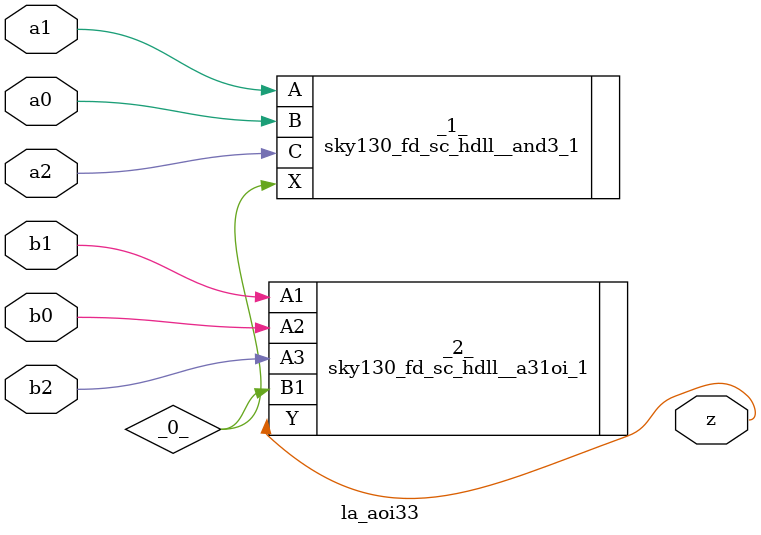
<source format=v>

/* Generated by Yosys 0.37 (git sha1 a5c7f69ed, clang 14.0.0-1ubuntu1.1 -fPIC -Os) */

module la_aoi33(a0, a1, a2, b0, b1, b2, z);
  wire _0_;
  input a0;
  wire a0;
  input a1;
  wire a1;
  input a2;
  wire a2;
  input b0;
  wire b0;
  input b1;
  wire b1;
  input b2;
  wire b2;
  output z;
  wire z;
  sky130_fd_sc_hdll__and3_1 _1_ (
    .A(a1),
    .B(a0),
    .C(a2),
    .X(_0_)
  );
  sky130_fd_sc_hdll__a31oi_1 _2_ (
    .A1(b1),
    .A2(b0),
    .A3(b2),
    .B1(_0_),
    .Y(z)
  );
endmodule

</source>
